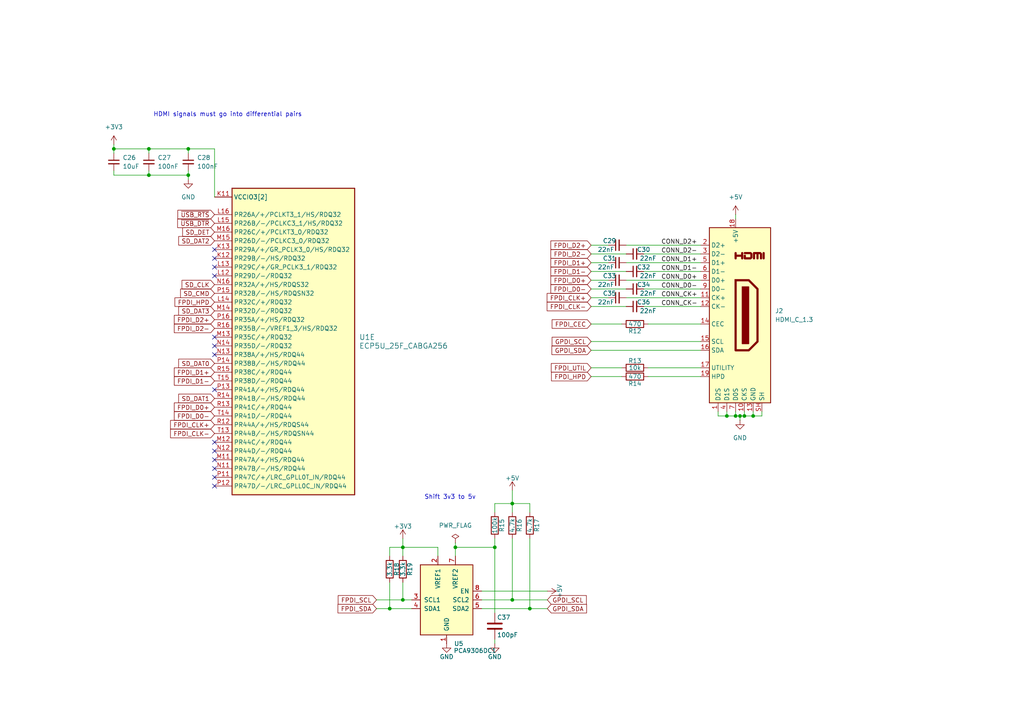
<source format=kicad_sch>
(kicad_sch (version 20250114) (generator "eeschema") (generator_version "9.0")
  (paper "A4")
  (title_block (title "Icepi zero") (date "2025-05-12") (rev "v1.1") (company "Chengyin Yao (cheyao)") (comment 1 "https://github.com/cheyao/icepi-zero"))
  (lib_symbols
    (symbol "Connector:HDMI_C_1.3"
      (property "Reference" "J" (at -6.35 26.67 0))
      (property "Value" "HDMI_C_1.3" (at 10.16 26.67 0))
      (symbol "HDMI_C_1.3_0_0"
        (polyline (pts (xy 0 16.51) (xy 0 18.034) (xy 0 17.272) (xy 1.905 17.272) (xy 1.905 18.034) (xy 1.905 16.51)) (stroke (width 0.635)))
        (polyline (pts (xy 2.667 18.034) (xy 4.318 18.034) (xy 4.572 17.78) (xy 4.572 16.764) (xy 4.318 16.51) (xy 2.667 16.51) (xy 2.667 17.272)) (stroke (width 0.635)))
        (polyline (pts (xy 8.128 16.51) (xy 8.128 18.034)) (stroke (width 0.635)))
      )
      (symbol "HDMI_C_1.3_0_1"
        (rectangle (start -7.62 25.4) (end 10.16 -25.4) (stroke (width 0.254)) (fill (type background)))
        (polyline (pts (xy 0 10.16) (xy 3.81 10.16) (xy 6.35 7.62) (xy 6.35 -7.62) (xy 3.81 -10.16) (xy 0 -10.16) (xy 0 10.16)) (stroke (width 0.635)))
        (rectangle (start 1.905 8.255) (end 3.81 -8.255) (stroke (width 0.254)) (fill (type outline)))
        (polyline (pts (xy 5.334 16.51) (xy 5.334 18.034) (xy 6.35 18.034) (xy 6.35 16.51) (xy 6.35 18.034) (xy 7.112 18.034) (xy 7.366 17.78) (xy 7.366 16.51)) (stroke (width 0.635)))
      )
      (symbol "HDMI_C_1.3_1_1"
        (pin passive line (at -10.16 20.32 0) (length 2.54) (name "D2+") (number "2"))
        (pin passive line (at -10.16 17.78 0) (length 2.54) (name "D2-") (number "3"))
        (pin passive line (at -10.16 15.24 0) (length 2.54) (name "D1+") (number "5"))
        (pin passive line (at -10.16 12.7 0) (length 2.54) (name "D1-") (number "6"))
        (pin passive line (at -10.16 10.16 0) (length 2.54) (name "D0+") (number "8"))
        (pin passive line (at -10.16 7.62 0) (length 2.54) (name "D0-") (number "9"))
        (pin passive line (at -10.16 5.08 0) (length 2.54) (name "CK+") (number "11"))
        (pin passive line (at -10.16 2.54 0) (length 2.54) (name "CK-") (number "12"))
        (pin bidirectional line (at -10.16 -2.54 0) (length 2.54) (name "CEC") (number "14"))
        (pin passive line (at -10.16 -7.62 0) (length 2.54) (name "SCL") (number "15"))
        (pin bidirectional line (at -10.16 -10.16 0) (length 2.54) (name "SDA") (number "16"))
        (pin passive line (at -10.16 -15.24 0) (length 2.54) (name "UTILITY") (number "17"))
        (pin passive line (at -10.16 -17.78 0) (length 2.54) (name "HPD") (number "19"))
        (pin power_in line (at -5.08 -27.94 90) (length 2.54) (name "D2S") (number "1"))
        (pin power_in line (at -2.54 -27.94 90) (length 2.54) (name "D1S") (number "4"))
        (pin power_in line (at 0 27.94 270) (length 2.54) (name "+5V") (number "18"))
        (pin power_in line (at 0 -27.94 90) (length 2.54) (name "D0S") (number "7"))
        (pin power_in line (at 2.54 -27.94 90) (length 2.54) (name "CKS") (number "10"))
        (pin power_in line (at 5.08 -27.94 90) (length 2.54) (name "GND") (number "13"))
        (pin passive line (at 7.62 -27.94 90) (length 2.54) (name "SH") (number "SH"))
      )
    )
    (symbol "Device:C" (pin_numbers (hide yes)) (pin_names (offset 0.254))
      (property "Reference" "C" (at 0.635 2.54 0))
      (property "Value" "C" (at 0.635 -2.54 0))
      (symbol "C_0_1"
        (polyline (pts (xy -2.032 0.762) (xy 2.032 0.762)) (stroke (width 0.508)))
        (polyline (pts (xy -2.032 -0.762) (xy 2.032 -0.762)) (stroke (width 0.508)))
      )
      (symbol "C_1_1"
        (pin passive line (at 0 3.81 270) (length 2.794) (name "~") (number "1"))
        (pin passive line (at 0 -3.81 90) (length 2.794) (name "~") (number "2"))
      )
    )
    (symbol "Device:C_Small" (pin_numbers (hide yes)) (pin_names (offset 0.254) (hide yes))
      (property "Reference" "C" (at 0.254 1.778 0))
      (property "Value" "C_Small" (at 0.254 -2.032 0))
      (symbol "C_Small_0_1"
        (polyline (pts (xy -1.524 0.508) (xy 1.524 0.508)) (stroke (width 0.3048)))
        (polyline (pts (xy -1.524 -0.508) (xy 1.524 -0.508)) (stroke (width 0.3302)))
      )
      (symbol "C_Small_1_1"
        (pin passive line (at 0 2.54 270) (length 2.032) (name "~") (number "1"))
        (pin passive line (at 0 -2.54 90) (length 2.032) (name "~") (number "2"))
      )
    )
    (symbol "Device:R" (pin_numbers (hide yes)) (pin_names (offset 0))
      (property "Reference" "R" (at 2.032 0 90))
      (property "Value" "R" (at 0 0 90))
      (symbol "R_0_1"
        (rectangle (start -1.016 -2.54) (end 1.016 2.54) (stroke (width 0.254)))
      )
      (symbol "R_1_1"
        (pin passive line (at 0 3.81 270) (length 1.27) (name "~") (number "1"))
        (pin passive line (at 0 -3.81 90) (length 1.27) (name "~") (number "2"))
      )
    )
    (symbol "Interface:PCA9306DC1" (pin_names (offset 1.016))
      (property "Reference" "U" (at -7.62 11.43 0))
      (property "Value" "PCA9306DC1" (at 3.81 11.43 0))
      (symbol "PCA9306DC1_0_1"
        (rectangle (start -7.62 10.16) (end 7.62 -10.16) (stroke (width 0.254)) (fill (type background)))
      )
      (symbol "PCA9306DC1_1_1"
        (pin bidirectional line (at -10.16 0 0) (length 2.54) (name "SCL1") (number "3"))
        (pin bidirectional line (at -10.16 -2.54 0) (length 2.54) (name "SDA1") (number "4"))
        (pin power_in line (at -2.54 12.7 270) (length 2.54) (name "VREF1") (number "2"))
        (pin power_in line (at 0 -12.7 90) (length 2.54) (name "GND") (number "1"))
        (pin power_in line (at 2.54 12.7 270) (length 2.54) (name "VREF2") (number "7"))
        (pin input line (at 10.16 2.54 180) (length 2.54) (name "EN") (number "8"))
        (pin bidirectional line (at 10.16 0 180) (length 2.54) (name "SCL2") (number "6"))
        (pin bidirectional line (at 10.16 -2.54 180) (length 2.54) (name "SDA2") (number "5"))
      )
    )
    (symbol "josh:ECP5U_12_CABGA256"
      (property "Reference" "U" (at -15.24 45.72 0))
      (property "Value" "ECP5U_12_CABGA256" (at 7.62 43.18 0))
      (symbol "ECP5U_12_CABGA256_1_1"
        (rectangle (start -7.62 7.62) (end 6.35 -7.62) (stroke (width 0.001)) (fill (type background)))
        (pin power_in line (at -12.7 5.08 0) (length 5.08) (name "VCC[6]") (number "G6"))
        (pin power_in line (at -12.7 5.08 0) (length 5.08) (name "VCC[6]") (number "G7"))
        (pin power_in line (at -12.7 5.08 0) (length 5.08) (name "VCC[6]") (number "G9"))
        (pin power_in line (at -12.7 5.08 0) (length 5.08) (name "VCC[6]") (number "L10"))
        (pin power_in line (at -12.7 5.08 0) (length 5.08) (name "VCC[6]") (number "L8"))
        (pin power_in line (at -12.7 5.08 0) (length 5.08) (name "VCC[6]") (number "L9"))
        (pin power_in line (at -12.7 2.54 0) (length 5.08) (name "VCCAUX[2]") (number "G11"))
        (pin power_in line (at -12.7 2.54 0) (length 5.08) (name "VCCAUX[2]") (number "L7"))
        (pin power_in line (at -12.7 -5.08 0) (length 5.08) (name "GND[27]") (number "A1"))
        (pin power_in line (at -12.7 -5.08 0) (length 5.08) (name "GND[27]") (number "A16"))
        (pin power_in line (at -12.7 -5.08 0) (length 5.08) (name "GND[27]") (number "D15"))
        (pin power_in line (at -12.7 -5.08 0) (length 5.08) (name "GND[27]") (number "D2"))
        (pin power_in line (at -12.7 -5.08 0) (length 5.08) (name "GND[27]") (number "F8"))
        (pin power_in line (at -12.7 -5.08 0) (length 5.08) (name "GND[27]") (number "F9"))
        (pin power_in line (at -12.7 -5.08 0) (length 5.08) (name "GND[27]") (number "G10"))
        (pin power_in line (at -12.7 -5.08 0) (length 5.08) (name "GND[27]") (number "G8"))
        (pin power_in line (at -12.7 -5.08 0) (length 5.08) (name "GND[27]") (number "H1"))
        (pin power_in line (at -12.7 -5.08 0) (length 5.08) (name "GND[27]") (number "H10"))
        (pin power_in line (at -12.7 -5.08 0) (length 5.08) (name "GND[27]") (number "H16"))
        (pin power_in line (at -12.7 -5.08 0) (length 5.08) (name "GND[27]") (number "H8"))
        (pin power_in line (at -12.7 -5.08 0) (length 5.08) (name "GND[27]") (number "H9"))
        (pin power_in line (at -12.7 -5.08 0) (length 5.08) (name "GND[27]") (number "J10"))
        (pin power_in line (at -12.7 -5.08 0) (length 5.08) (name "GND[27]") (number "J8"))
        (pin power_in line (at -12.7 -5.08 0) (length 5.08) (name "GND[27]") (number "J9"))
        (pin power_in line (at -12.7 -5.08 0) (length 5.08) (name "GND[27]") (number "K10"))
        (pin power_in line (at -12.7 -5.08 0) (length 5.08) (name "GND[27]") (number "K6"))
        (pin power_in line (at -12.7 -5.08 0) (length 5.08) (name "GND[27]") (number "K7"))
        (pin power_in line (at -12.7 -5.08 0) (length 5.08) (name "GND[27]") (number "K8"))
        (pin power_in line (at -12.7 -5.08 0) (length 5.08) (name "GND[27]") (number "K9"))
        (pin power_in line (at -12.7 -5.08 0) (length 5.08) (name "GND[27]") (number "N15"))
        (pin power_in line (at -12.7 -5.08 0) (length 5.08) (name "GND[27]") (number "N2"))
        (pin power_in line (at -12.7 -5.08 0) (length 5.08) (name "GND[27]") (number "T1"))
        (pin power_in line (at -12.7 -5.08 0) (length 5.08) (name "GND[27]") (number "T12"))
        (pin power_in line (at -12.7 -5.08 0) (length 5.08) (name "GND[27]") (number "T16"))
        (pin power_in line (at -12.7 -5.08 0) (length 5.08) (name "GND[27]") (number "T5"))
      )
      (symbol "ECP5U_12_CABGA256_2_1"
        (rectangle (start -16.51 40.64) (end 8.89 -27.94) (stroke (width 0.305)) (fill (type background)))
        (pin power_in line (at -21.59 38.1 0) (length 5.08) (name "VCCIO0[2]") (number "F6"))
        (pin power_in line (at -21.59 38.1 0) (length 5.08) (name "VCCIO0[2]") (number "F7"))
        (pin bidirectional line (at -21.59 33.02 0) (length 5.08) (name "PT4A/+") (number "A2"))
        (pin bidirectional line (at -21.59 30.48 0) (length 5.08) (name "PT4B/-") (number "B3"))
        (pin bidirectional line (at -21.59 27.94 0) (length 5.08) (name "PT6A/+") (number "A3"))
        (pin bidirectional line (at -21.59 25.4 0) (length 5.08) (name "PT6B/-") (number "A4"))
        (pin bidirectional line (at -21.59 22.86 0) (length 5.08) (name "PT9A/+") (number "E4"))
        (pin bidirectional line (at -21.59 20.32 0) (length 5.08) (name "PT9B/-") (number "D4"))
        (pin bidirectional line (at -21.59 17.78 0) (length 5.08) (name "PT11A/+") (number "C4"))
        (pin bidirectional line (at -21.59 15.24 0) (length 5.08) (name "PT11B/-") (number "B4"))
        (pin bidirectional line (at -21.59 12.7 0) (length 5.08) (name "PT13A/+") (number "E5"))
        (pin bidirectional line (at -21.59 10.16 0) (length 5.08) (name "PT13B/-") (number "D5"))
        (pin bidirectional line (at -21.59 7.62 0) (length 5.08) (name "PT15A/+") (number "C5"))
        (pin bidirectional line (at -21.59 5.08 0) (length 5.08) (name "PT15B/-") (number "B5"))
        (pin bidirectional line (at -21.59 2.54 0) (length 5.08) (name "PT18A/+") (number "A5"))
        (pin bidirectional line (at -21.59 0 0) (length 5.08) (name "PT18B/-") (number "A6"))
        (pin bidirectional line (at -21.59 -2.54 0) (length 5.08) (name "PT20A/+") (number "E6"))
        (pin bidirectional line (at -21.59 -5.08 0) (length 5.08) (name "PT20B/-") (number "D6"))
        (pin bidirectional line (at -21.59 -7.62 0) (length 5.08) (name "PT22A/+") (number "C6"))
        (pin bidirectional line (at -21.59 -10.16 0) (length 5.08) (name "PT22B/-") (number "B6"))
        (pin bidirectional line (at -21.59 -12.7 0) (length 5.08) (name "PT24A/+/GR_PCLK0_1") (number "E7"))
        (pin bidirectional line (at -21.59 -15.24 0) (length 5.08) (name "PT24B/-/GR_PCLK0_0") (number "D7"))
        (pin bidirectional line (at -21.59 -17.78 0) (length 5.08) (name "PT27A/+/PCLKT0_1") (number "C7"))
        (pin bidirectional line (at -21.59 -20.32 0) (length 5.08) (name "PT27B/-/PCLKC0_1") (number "B7"))
        (pin bidirectional line (at -21.59 -22.86 0) (length 5.08) (name "PT29A/+/PCLKT0_0") (number "A7"))
        (pin bidirectional line (at -21.59 -25.4 0) (length 5.08) (name "PT29B/-/PCLKC0_0") (number "A8"))
      )
      (symbol "ECP5U_12_CABGA256_3_1"
        (rectangle (start -16.51 40.64) (end 8.89 -48.26) (stroke (width 0.305)) (fill (type background)))
        (pin power_in line (at -21.59 38.1 0) (length 5.08) (name "VCCIO1[2]") (number "F10"))
        (pin power_in line (at -21.59 38.1 0) (length 5.08) (name "VCCIO1[2]") (number "F11"))
        (pin bidirectional line (at -21.59 33.02 0) (length 5.08) (name "PT33A/+/PCLKT1_1") (number "E8"))
        (pin bidirectional line (at -21.59 30.48 0) (length 5.08) (name "PT33B/-/PCLKC1_1") (number "D8"))
        (pin bidirectional line (at -21.59 27.94 0) (length 5.08) (name "PT35A/+/PCLKT1_0") (number "C8"))
        (pin bidirectional line (at -21.59 25.4 0) (length 5.08) (name "PT35B/-/PCLKC1_0") (number "B8"))
        (pin bidirectional line (at -21.59 22.86 0) (length 5.08) (name "PT38A/+/GR_PCLK1_0") (number "B9"))
        (pin bidirectional line (at -21.59 20.32 0) (length 5.08) (name "PT38B/-/GR_PCLK1_1") (number "C9"))
        (pin bidirectional line (at -21.59 17.78 0) (length 5.08) (name "PT40A/+") (number "D9"))
        (pin bidirectional line (at -21.59 15.24 0) (length 5.08) (name "PT40B/-") (number "E9"))
        (pin bidirectional line (at -21.59 12.7 0) (length 5.08) (name "PT42A/+") (number "A9"))
        (pin bidirectional line (at -21.59 10.16 0) (length 5.08) (name "PT42B/-") (number "A10"))
        (pin bidirectional line (at -21.59 7.62 0) (length 5.08) (name "PT44A/+") (number "B10"))
        (pin bidirectional line (at -21.59 5.08 0) (length 5.08) (name "PT44B/-") (number "C10"))
        (pin bidirectional line (at -21.59 2.54 0) (length 5.08) (name "PT47A/+") (number "D10"))
        (pin bidirectional line (at -21.59 0 0) (length 5.08) (name "PT47B/-") (number "E10"))
        (pin bidirectional line (at -21.59 -2.54 0) (length 5.08) (name "PT49A/+") (number "B11"))
        (pin bidirectional line (at -21.59 -5.08 0) (length 5.08) (name "PT49B/-") (number "C11"))
        (pin bidirectional line (at -21.59 -7.62 0) (length 5.08) (name "PT51A/+") (number "D11"))
        (pin bidirectional line (at -21.59 -10.16 0) (length 5.08) (name "PT51B/-") (number "E11"))
        (pin bidirectional line (at -21.59 -12.7 0) (length 5.08) (name "PT53A/+") (number "A11"))
        (pin bidirectional line (at -21.59 -15.24 0) (length 5.08) (name "PT53B/-") (number "A12"))
        (pin bidirectional line (at -21.59 -17.78 0) (length 5.08) (name "PT56A/+") (number "B12"))
        (pin bidirectional line (at -21.59 -20.32 0) (length 5.08) (name "PT56B/-") (number "C12"))
        (pin bidirectional line (at -21.59 -22.86 0) (length 5.08) (name "PT58A/+") (number "D12"))
        (pin bidirectional line (at -21.59 -25.4 0) (length 5.08) (name "PT58B/-") (number "E12"))
        (pin bidirectional line (at -21.59 -27.94 0) (length 5.08) (name "PT60A/+") (number "B13"))
        (pin bidirectional line (at -21.59 -30.48 0) (length 5.08) (name "PT60B/-") (number "C13"))
        (pin bidirectional line (at -21.59 -33.02 0) (length 5.08) (name "PT62A/+") (number "D13"))
        (pin bidirectional line (at -21.59 -35.56 0) (length 5.08) (name "PT62B/-") (number "E13"))
        (pin bidirectional line (at -21.59 -38.1 0) (length 5.08) (name "PT65A/+") (number "A13"))
        (pin bidirectional line (at -21.59 -40.64 0) (length 5.08) (name "PT65B/-") (number "A14"))
        (pin bidirectional line (at -21.59 -43.18 0) (length 5.08) (name "PT67A/+") (number "B14"))
        (pin bidirectional line (at -21.59 -45.72 0) (length 5.08) (name "PT67B/-") (number "A15"))
      )
      (symbol "ECP5U_12_CABGA256_4_1"
        (rectangle (start -16.51 40.64) (end 21.59 -48.26) (stroke (width 0.305)) (fill (type background)))
        (pin power_in line (at -21.59 38.1 0) (length 5.08) (name "VCCIO2[2]") (number "H11"))
        (pin power_in line (at -21.59 38.1 0) (length 5.08) (name "VCCIO2[2]") (number "J11"))
        (pin bidirectional line (at -21.59 33.02 0) (length 5.08) (name "PR2A/+/HS/RDQ8") (number "B16"))
        (pin bidirectional line (at -21.59 30.48 0) (length 5.08) (name "PR2B/-/S0_IN/HS/RDQ8") (number "B15"))
        (pin bidirectional line (at -21.59 27.94 0) (length 5.08) (name "PR2C/+/RDQ8") (number "C14"))
        (pin bidirectional line (at -21.59 25.4 0) (length 5.08) (name "PR2D/-/RDQ8") (number "D14"))
        (pin bidirectional line (at -21.59 22.86 0) (length 5.08) (name "PR5A/+/HS/RDQ8") (number "C16"))
        (pin bidirectional line (at -21.59 20.32 0) (length 5.08) (name "PR5B/-/HS/RDQ8") (number "C15"))
        (pin bidirectional line (at -21.59 17.78 0) (length 5.08) (name "PR5C/+/RDQ8") (number "E14"))
        (pin bidirectional line (at -21.59 15.24 0) (length 5.08) (name "PR5D/-/RDQ8") (number "F14"))
        (pin bidirectional line (at -21.59 12.7 0) (length 5.08) (name "PR8A/+/HS/RDQS8") (number "D16"))
        (pin bidirectional line (at -21.59 10.16 0) (length 5.08) (name "PR8B/-/HS/RDQSN8") (number "E15"))
        (pin bidirectional line (at -21.59 7.62 0) (length 5.08) (name "PR8C/+/RDQ8") (number "F13"))
        (pin bidirectional line (at -21.59 5.08 0) (length 5.08) (name "PR8D/-/RDQ8") (number "F12"))
        (pin bidirectional line (at -21.59 2.54 0) (length 5.08) (name "PR11A/+/HS/RDQ8") (number "G12"))
        (pin bidirectional line (at -21.59 0 0) (length 5.08) (name "PR11B/-/HS/RDQ8") (number "G13"))
        (pin bidirectional line (at -21.59 -2.54 0) (length 5.08) (name "PR11C/+/RDQ8") (number "F15"))
        (pin bidirectional line (at -21.59 -5.08 0) (length 5.08) (name "PR11D/-/RDQ8") (number "E16"))
        (pin bidirectional line (at -21.59 -7.62 0) (length 5.08) (name "PR14A/+/HS/RDQ20") (number "F16"))
        (pin bidirectional line (at -21.59 -10.16 0) (length 5.08) (name "PR14B/-/HS/RDQ20") (number "G15"))
        (pin bidirectional line (at -21.59 -12.7 0) (length 5.08) (name "PR14C/+/VREF1_2/RDQ20") (number "G14"))
        (pin bidirectional line (at -21.59 -15.24 0) (length 5.08) (name "PR14D/-/RDQ20") (number "H14"))
        (pin bidirectional line (at -21.59 -17.78 0) (length 5.08) (name "PR17A/+/HS/RDQ20") (number "H12"))
        (pin bidirectional line (at -21.59 -20.32 0) (length 5.08) (name "PR17B/-/HS/RDQ20") (number "H13"))
        (pin bidirectional line (at -21.59 -22.86 0) (length 5.08) (name "PR17C/+/RDQ20") (number "J13"))
        (pin bidirectional line (at -21.59 -25.4 0) (length 5.08) (name "PR17D/-/RDQ20") (number "J12"))
        (pin bidirectional line (at -21.59 -27.94 0) (length 5.08) (name "PR20A/+/GR_PCLK2_1/HS/RDQS20") (number "G16"))
        (pin bidirectional line (at -21.59 -30.48 0) (length 5.08) (name "PR20B/-/HS/RDQSN20") (number "H15"))
        (pin bidirectional line (at -21.59 -33.02 0) (length 5.08) (name "PR20C/+/GR_PCLK2_0/RDQ20") (number "J14"))
        (pin bidirectional line (at -21.59 -35.56 0) (length 5.08) (name "PR20D/-/RDQ20") (number "K14"))
        (pin bidirectional line (at -21.59 -38.1 0) (length 5.08) (name "PR23A/+/PCLKT2_1/HS/RDQ20") (number "J16"))
        (pin bidirectional line (at -21.59 -40.64 0) (length 5.08) (name "PR23B/-/PCLKC2_1/HS/RDQ20") (number "J15"))
        (pin bidirectional line (at -21.59 -43.18 0) (length 5.08) (name "PR23C/+/PCLKT2_0/RDQ20") (number "K16"))
        (pin bidirectional line (at -21.59 -45.72 0) (length 5.08) (name "PR23D/-/PCLKC2_0/RDQ20") (number "K15"))
      )
      (symbol "ECP5U_12_CABGA256_5_1"
        (rectangle (start -16.51 40.64) (end 19.05 -48.26) (stroke (width 0.305)) (fill (type background)))
        (pin power_in line (at -21.59 38.1 0) (length 5.08) (name "VCCIO3[2]") (number "K11"))
        (pin power_in line (at -21.59 38.1 0) (length 5.08) (name "VCCIO3[2]") (number "L11"))
        (pin bidirectional line (at -21.59 33.02 0) (length 5.08) (name "PR26A/+/PCLKT3_1/HS/RDQ32") (number "L16"))
        (pin bidirectional line (at -21.59 30.48 0) (length 5.08) (name "PR26B/-/PCLKC3_1/HS/RDQ32") (number "L15"))
        (pin bidirectional line (at -21.59 27.94 0) (length 5.08) (name "PR26C/+/PCLKT3_0/RDQ32") (number "M16"))
        (pin bidirectional line (at -21.59 25.4 0) (length 5.08) (name "PR26D/-/PCLKC3_0/RDQ32") (number "M15"))
        (pin bidirectional line (at -21.59 22.86 0) (length 5.08) (name "PR29A/+/GR_PCLK3_0/HS/RDQ32") (number "K13"))
        (pin bidirectional line (at -21.59 20.32 0) (length 5.08) (name "PR29B/-/HS/RDQ32") (number "K12"))
        (pin bidirectional line (at -21.59 17.78 0) (length 5.08) (name "PR29C/+/GR_PCLK3_1/RDQ32") (number "L13"))
        (pin bidirectional line (at -21.59 15.24 0) (length 5.08) (name "PR29D/-/RDQ32") (number "L12"))
        (pin bidirectional line (at -21.59 12.7 0) (length 5.08) (name "PR32A/+/HS/RDQS32") (number "N16"))
        (pin bidirectional line (at -21.59 10.16 0) (length 5.08) (name "PR32B/-/HS/RDQSN32") (number "P15"))
        (pin bidirectional line (at -21.59 7.62 0) (length 5.08) (name "PR32C/+/RDQ32") (number "L14"))
        (pin bidirectional line (at -21.59 5.08 0) (length 5.08) (name "PR32D/-/RDQ32") (number "M14"))
        (pin bidirectional line (at -21.59 2.54 0) (length 5.08) (name "PR35A/+/HS/RDQ32") (number "P16"))
        (pin bidirectional line (at -21.59 0 0) (length 5.08) (name "PR35B/-/VREF1_3/HS/RDQ32") (number "R16"))
        (pin bidirectional line (at -21.59 -2.54 0) (length 5.08) (name "PR35C/+/RDQ32") (number "M13"))
        (pin bidirectional line (at -21.59 -5.08 0) (length 5.08) (name "PR35D/-/RDQ32") (number "N14"))
        (pin bidirectional line (at -21.59 -7.62 0) (length 5.08) (name "PR38A/+/HS/RDQ44") (number "N13"))
        (pin bidirectional line (at -21.59 -10.16 0) (length 5.08) (name "PR38B/-/HS/RDQ44") (number "P14"))
        (pin bidirectional line (at -21.59 -12.7 0) (length 5.08) (name "PR38C/+/RDQ44") (number "R15"))
        (pin bidirectional line (at -21.59 -15.24 0) (length 5.08) (name "PR38D/-/RDQ44") (number "T15"))
        (pin bidirectional line (at -21.59 -17.78 0) (length 5.08) (name "PR41A/+/HS/RDQ44") (number "P13"))
        (pin bidirectional line (at -21.59 -20.32 0) (length 5.08) (name "PR41B/-/HS/RDQ44") (number "R14"))
        (pin bidirectional line (at -21.59 -22.86 0) (length 5.08) (name "PR41C/+/RDQ44") (number "R13"))
        (pin bidirectional line (at -21.59 -25.4 0) (length 5.08) (name "PR41D/-/RDQ44") (number "T14"))
        (pin bidirectional line (at -21.59 -27.94 0) (length 5.08) (name "PR44A/+/HS/RDQS44") (number "R12"))
        (pin bidirectional line (at -21.59 -30.48 0) (length 5.08) (name "PR44B/-/HS/RDQSN44") (number "T13"))
        (pin bidirectional line (at -21.59 -33.02 0) (length 5.08) (name "PR44C/+/RDQ44") (number "M12"))
        (pin bidirectional line (at -21.59 -35.56 0) (length 5.08) (name "PR44D/-/RDQ44") (number "N12"))
        (pin bidirectional line (at -21.59 -38.1 0) (length 5.08) (name "PR47A/+/HS/RDQ44") (number "M11"))
        (pin bidirectional line (at -21.59 -40.64 0) (length 5.08) (name "PR47B/-/HS/RDQ44") (number "N11"))
        (pin bidirectional line (at -21.59 -43.18 0) (length 5.08) (name "PR47C/+/LRC_GPLL0T_IN/RDQ44") (number "P11"))
        (pin bidirectional line (at -21.59 -45.72 0) (length 5.08) (name "PR47D/-/LRC_GPLL0C_IN/RDQ44") (number "P12"))
      )
      (symbol "ECP5U_12_CABGA256_6_1"
        (rectangle (start -16.51 40.64) (end 19.05 -48.26) (stroke (width 0.305)) (fill (type background)))
        (pin power_in line (at -21.59 38.1 0) (length 5.08) (name "VCCIO6[2]") (number "J6"))
        (pin power_in line (at -21.59 38.1 0) (length 5.08) (name "VCCIO6[2]") (number "J7"))
        (pin bidirectional line (at -21.59 33.02 0) (length 5.08) (name "PL26A/+/PCLKT6_1/HS/LDQ32") (number "L1"))
        (pin bidirectional line (at -21.59 30.48 0) (length 5.08) (name "PL26B/-/PCLKC6_1/HS/LDQ32") (number "L2"))
        (pin bidirectional line (at -21.59 27.94 0) (length 5.08) (name "PL26C/+/PCLKT6_0/LDQ32") (number "M1"))
        (pin bidirectional line (at -21.59 25.4 0) (length 5.08) (name "PL26D/-/PCLKC6_0/LDQ32") (number "M2"))
        (pin bidirectional line (at -21.59 22.86 0) (length 5.08) (name "PL29A/+/GR_PCLK6_0/HS/LDQ32") (number "K4"))
        (pin bidirectional line (at -21.59 20.32 0) (length 5.08) (name "PL29B/-/HS/LDQ32") (number "K5"))
        (pin bidirectional line (at -21.59 17.78 0) (length 5.08) (name "PL29C/+/GR_PCLK6_1/LDQ32") (number "L4"))
        (pin bidirectional line (at -21.59 15.24 0) (length 5.08) (name "PL29D/-/LDQ32") (number "L5"))
        (pin bidirectional line (at -21.59 12.7 0) (length 5.08) (name "PL32A/+/HS/LDQS32") (number "N1"))
        (pin bidirectional line (at -21.59 10.16 0) (length 5.08) (name "PL32B/-/HS/LDQSN32") (number "P2"))
        (pin bidirectional line (at -21.59 7.62 0) (length 5.08) (name "PL32C/+/LDQ32") (number "L3"))
        (pin bidirectional line (at -21.59 5.08 0) (length 5.08) (name "PL32D/-/LDQ32") (number "M3"))
        (pin bidirectional line (at -21.59 2.54 0) (length 5.08) (name "PL35A/+/HS/LDQ32") (number "P1"))
        (pin bidirectional line (at -21.59 0 0) (length 5.08) (name "PL35B/-/VREF1_6/HS/LDQ32") (number "R1"))
        (pin bidirectional line (at -21.59 -2.54 0) (length 5.08) (name "PL35C/+/LDQ32") (number "M4"))
        (pin bidirectional line (at -21.59 -5.08 0) (length 5.08) (name "PL35D/-/LDQ32") (number "N3"))
        (pin bidirectional line (at -21.59 -7.62 0) (length 5.08) (name "PL38A/+/HS/LDQ44") (number "N4"))
        (pin bidirectional line (at -21.59 -10.16 0) (length 5.08) (name "PL38B/-/HS/LDQ44") (number "P3"))
        (pin bidirectional line (at -21.59 -12.7 0) (length 5.08) (name "PL38C/+/LDQ44") (number "R2"))
        (pin bidirectional line (at -21.59 -15.24 0) (length 5.08) (name "PL38D/-/LDQ44") (number "T2"))
        (pin bidirectional line (at -21.59 -17.78 0) (length 5.08) (name "PL41A/+/HS/LDQ44") (number "P4"))
        (pin bidirectional line (at -21.59 -20.32 0) (length 5.08) (name "PL41B/-/HS/LDQ44") (number "R3"))
        (pin bidirectional line (at -21.59 -22.86 0) (length 5.08) (name "PL41C/+/LDQ44") (number "R4"))
        (pin bidirectional line (at -21.59 -25.4 0) (length 5.08) (name "PL41D/-/LDQ44") (number "T3"))
        (pin bidirectional line (at -21.59 -27.94 0) (length 5.08) (name "PL44A/+/HS/LDQS44") (number "R5"))
        (pin bidirectional line (at -21.59 -30.48 0) (length 5.08) (name "PL44B/-/HS/LDQSN44") (number "T4"))
        (pin bidirectional line (at -21.59 -33.02 0) (length 5.08) (name "PL44C/+/LDQ44") (number "M5"))
        (pin bidirectional line (at -21.59 -35.56 0) (length 5.08) (name "PL44D/-/LDQ44") (number "N5"))
        (pin bidirectional line (at -21.59 -38.1 0) (length 5.08) (name "PL47A/+/HS/LDQ44") (number "M6"))
        (pin bidirectional line (at -21.59 -40.64 0) (length 5.08) (name "PL47B/-/HS/LDQ44") (number "N6"))
        (pin bidirectional line (at -21.59 -43.18 0) (length 5.08) (name "PL47C/+/LLC_GPLL0T_IN/LDQ44") (number "P6"))
        (pin bidirectional line (at -21.59 -45.72 0) (length 5.08) (name "PL47D/-/LLC_GPLL0C_IN/LDQ44") (number "P5"))
      )
      (symbol "ECP5U_12_CABGA256_7_1"
        (rectangle (start -16.51 40.64) (end 20.32 -46.99) (stroke (width 0.305)) (fill (type background)))
        (pin power_in line (at -21.59 38.1 0) (length 5.08) (name "VCCIO7[2]") (number "H6"))
        (pin power_in line (at -21.59 38.1 0) (length 5.08) (name "VCCIO7[2]") (number "H7"))
        (pin bidirectional line (at -21.59 34.29 0) (length 5.08) (name "PL2A/+/HS/LDQ8") (number "B1"))
        (pin bidirectional line (at -21.59 31.75 0) (length 5.08) (name "PL2B/-/HS/LDQ8") (number "B2"))
        (pin bidirectional line (at -21.59 29.21 0) (length 5.08) (name "PL2C/+/LDQ8") (number "C3"))
        (pin bidirectional line (at -21.59 26.67 0) (length 5.08) (name "PL2D/-/LDQ8") (number "D3"))
        (pin bidirectional line (at -21.59 24.13 0) (length 5.08) (name "PL5A/+/HS/LDQ8") (number "C1"))
        (pin bidirectional line (at -21.59 21.59 0) (length 5.08) (name "PL5B/-/HS/LDQ8") (number "C2"))
        (pin bidirectional line (at -21.59 19.05 0) (length 5.08) (name "PL5C/+/LDQ8") (number "E3"))
        (pin bidirectional line (at -21.59 16.51 0) (length 5.08) (name "PL5D/-/LDQ8") (number "F3"))
        (pin bidirectional line (at -21.59 13.97 0) (length 5.08) (name "PL8A/+/HS/LDQS8") (number "D1"))
        (pin bidirectional line (at -21.59 11.43 0) (length 5.08) (name "PL8B/-/HS/LDQSN8") (number "E2"))
        (pin bidirectional line (at -21.59 8.89 0) (length 5.08) (name "PL8C/+/LDQ8") (number "F4"))
        (pin bidirectional line (at -21.59 6.35 0) (length 5.08) (name "PL8D/-/LDQ8") (number "F5"))
        (pin bidirectional line (at -21.59 3.81 0) (length 5.08) (name "PL11A/+/HS/LDQ8") (number "G5"))
        (pin bidirectional line (at -21.59 1.27 0) (length 5.08) (name "PL11B/-/HS/LDQ8") (number "G4"))
        (pin bidirectional line (at -21.59 -1.27 0) (length 5.08) (name "PL11C/+/LDQ8") (number "F2"))
        (pin bidirectional line (at -21.59 -3.81 0) (length 5.08) (name "PL11D/-/LDQ8") (number "E1"))
        (pin bidirectional line (at -21.59 -6.35 0) (length 5.08) (name "PL14A/+/HS/LDQ20") (number "F1"))
        (pin bidirectional line (at -21.59 -8.89 0) (length 5.08) (name "PL14B/-/HS/LDQ20") (number "G2"))
        (pin bidirectional line (at -21.59 -11.43 0) (length 5.08) (name "PL14C/+/VREF1_7/LDQ20") (number "G3"))
        (pin bidirectional line (at -21.59 -13.97 0) (length 5.08) (name "PL14D/-/LDQ20") (number "H3"))
        (pin bidirectional line (at -21.59 -16.51 0) (length 5.08) (name "PL17A/+/HS/LDQ20") (number "H5"))
        (pin bidirectional line (at -21.59 -19.05 0) (length 5.08) (name "PL17B/-/HS/LDQ20") (number "H4"))
        (pin bidirectional line (at -21.59 -21.59 0) (length 5.08) (name "PL17C/+/LDQ20") (number "J4"))
        (pin bidirectional line (at -21.59 -24.13 0) (length 5.08) (name "PL17D/-/LDQ20") (number "J5"))
        (pin bidirectional line (at -21.59 -26.67 0) (length 5.08) (name "PL20A/+/GR_PCLK7_1/HS/LDQS20") (number "G1"))
        (pin bidirectional line (at -21.59 -29.21 0) (length 5.08) (name "PL20B/-/HS/LDQSN20") (number "H2"))
        (pin bidirectional line (at -21.59 -31.75 0) (length 5.08) (name "PL20C/+/GR_PCLK7_0/LDQ20") (number "J3"))
        (pin bidirectional line (at -21.59 -34.29 0) (length 5.08) (name "PL20D/-/LDQ20") (number "K3"))
        (pin bidirectional line (at -21.59 -36.83 0) (length 5.08) (name "PL23A/+/PCLKT7_1/HS/LDQ20") (number "J1"))
        (pin bidirectional line (at -21.59 -39.37 0) (length 5.08) (name "PL23B/-/PCLKC7_1/HS/LDQ20") (number "J2"))
        (pin bidirectional line (at -21.59 -41.91 0) (length 5.08) (name "PL23C/+/PCLKT7_0/LDQ20") (number "K1"))
        (pin bidirectional line (at -21.59 -44.45 0) (length 5.08) (name "PL23D/-/PCLKC7_0/LDQ20") (number "K2"))
      )
      (symbol "ECP5U_12_CABGA256_8_1"
        (rectangle (start -16.51 40.64) (end 25.4 -17.78) (stroke (width 0.305)) (fill (type background)))
        (pin power_in line (at -21.59 38.1 0) (length 5.08) (name "VCCIO8") (number "L6"))
        (pin bidirectional line (at -21.59 33.02 0) (length 5.08) (name "CCLK/MCLK/SCK") (number "N9"))
        (pin bidirectional line (at -21.59 30.48 0) (length 5.08) (name "CFG_0") (number "N10"))
        (pin bidirectional line (at -21.59 27.94 0) (length 5.08) (name "CFG_1") (number "P10"))
        (pin bidirectional line (at -21.59 25.4 0) (length 5.08) (name "CFG_2") (number "R10"))
        (pin bidirectional line (at -21.59 22.86 0) (length 5.08) (name "DONE") (number "P9"))
        (pin bidirectional line (at -21.59 20.32 0) (length 5.08) (name "INITN") (number "T9"))
        (pin bidirectional line (at -21.59 17.78 0) (length 5.08) (name "PB4A/+/D7/IO7") (number "T6"))
        (pin bidirectional line (at -21.59 15.24 0) (length 5.08) (name "PB4B/-/D6/IO6") (number "R6"))
        (pin bidirectional line (at -21.59 12.7 0) (length 5.08) (name "PB6A/+/D5/MISO2/IO5") (number "R7"))
        (pin bidirectional line (at -21.59 10.16 0) (length 5.08) (name "PB6B/-/D4/MOSI2/IO4") (number "P7"))
        (pin bidirectional line (at -21.59 7.62 0) (length 5.08) (name "PB9A/+/D3/IO3") (number "N7"))
        (pin bidirectional line (at -21.59 5.08 0) (length 5.08) (name "PB9B/-/D2/IO2") (number "M7"))
        (pin bidirectional line (at -21.59 2.54 0) (length 5.08) (name "PB11A/+/D1/MISO/IO1") (number "T7"))
        (pin bidirectional line (at -21.59 0 0) (length 5.08) (name "PB11B/-/D0/MOSI/IO0") (number "T8"))
        (pin bidirectional line (at -21.59 -2.54 0) (length 5.08) (name "PB13A/+/SN/CSN") (number "R8"))
        (pin bidirectional line (at -21.59 -5.08 0) (length 5.08) (name "PB13B/-/CS1N") (number "P8"))
        (pin bidirectional line (at -21.59 -7.62 0) (length 5.08) (name "PB15A/+/HOLDN/DI/BUSY/CSSPIN/CEN") (number "N8"))
        (pin bidirectional line (at -21.59 -10.16 0) (length 5.08) (name "PB15B/-/DOUT/CSON") (number "M8"))
        (pin bidirectional line (at -21.59 -12.7 0) (length 5.08) (name "PB18A/WRITEN") (number "M9"))
        (pin bidirectional line (at -21.59 -15.24 0) (length 5.08) (name "PROGRAMN") (number "R9"))
      )
      (symbol "ECP5U_12_CABGA256_9_1"
        (rectangle (start -2.54 6.35) (end 5.08 -6.35) (stroke (width 0.305)) (fill (type background)))
        (pin bidirectional line (at -7.62 3.81 0) (length 5.08) (name "TCK") (number "T10"))
        (pin bidirectional line (at -7.62 1.27 0) (length 5.08) (name "TDI") (number "R11"))
        (pin bidirectional line (at -7.62 -1.27 0) (length 5.08) (name "TDO") (number "M10"))
        (pin bidirectional line (at -7.62 -3.81 0) (length 5.08) (name "TMS") (number "T11"))
      )
    )
    (symbol "power:+3V3" (power) (pin_numbers (hide yes)) (pin_names (offset 0) (hide yes))
      (property "Value" "+3V3" (at 0 3.556 0))
      (symbol "+3V3_0_1"
        (polyline (pts (xy -0.762 1.27) (xy 0 2.54)))
        (polyline (pts (xy 0 2.54) (xy 0.762 1.27)))
        (polyline (pts (xy 0 0) (xy 0 2.54)))
      )
      (symbol "+3V3_1_1"
        (pin power_in line (at 0 0 90) (length 0) (name "~") (number "1"))
      )
    )
    (symbol "power:+5V" (power) (pin_numbers (hide yes)) (pin_names (offset 0) (hide yes))
      (property "Value" "+5V" (at 0 3.556 0))
      (symbol "+5V_0_1"
        (polyline (pts (xy -0.762 1.27) (xy 0 2.54)))
        (polyline (pts (xy 0 2.54) (xy 0.762 1.27)))
        (polyline (pts (xy 0 0) (xy 0 2.54)))
      )
      (symbol "+5V_1_1"
        (pin power_in line (at 0 0 90) (length 0) (name "~") (number "1"))
      )
    )
    (symbol "power:GND" (power) (pin_numbers (hide yes)) (pin_names (offset 0) (hide yes))
      (property "Value" "GND" (at 0 -3.81 0))
      (symbol "GND_0_1"
        (polyline (pts (xy 0 0) (xy 0 -1.27) (xy 1.27 -1.27) (xy 0 -2.54) (xy -1.27 -1.27) (xy 0 -1.27)))
      )
      (symbol "GND_1_1"
        (pin power_in line (at 0 0 270) (length 0) (name "~") (number "1"))
      )
    )
    (symbol "power:PWR_FLAG" (power) (pin_numbers (hide yes)) (pin_names (offset 0) (hide yes))
      (property "Value" "PWR_FLAG" (at 0 3.81 0))
      (symbol "PWR_FLAG_0_0"
        (pin power_out line (at 0 0 90) (length 0) (name "~") (number "1"))
      )
      (symbol "PWR_FLAG_0_1"
        (polyline (pts (xy 0 0) (xy 0 1.27) (xy -1.016 1.905) (xy 0 2.54) (xy 1.016 1.905) (xy 0 1.27)))
      )
    )
  )
  (text "Shift 3v3 to 5v" (at 130.556 144.272 0) (effects (font (size 1.27 1.27))))
  (text "HDMI signals must go into differential pairs" (at 66.04 33.274 0) (effects (font (size 1.27 1.27))))
  (junction (at 213.36 120.65))
  (junction (at 33.02 43.18))
  (junction (at 54.61 50.8))
  (junction (at 143.51 158.75))
  (junction (at 210.82 120.65))
  (junction (at 148.59 146.05))
  (junction (at 132.08 158.75))
  (junction (at 214.63 120.65))
  (junction (at 43.18 43.18))
  (junction (at 218.44 120.65))
  (junction (at 54.61 43.18))
  (junction (at 43.18 50.8))
  (junction (at 113.03 176.53))
  (junction (at 116.84 173.99))
  (junction (at 215.9 120.65))
  (junction (at 153.67 176.53))
  (junction (at 116.84 158.75))
  (junction (at 148.59 173.99))
  (no_connect (at 62.23 140.97))
  (no_connect (at 62.23 130.81))
  (no_connect (at 62.23 135.89))
  (no_connect (at 62.23 77.47))
  (no_connect (at 62.23 102.87))
  (no_connect (at 62.23 72.39))
  (no_connect (at 62.23 133.35))
  (no_connect (at 62.23 128.27))
  (no_connect (at 62.23 80.01))
  (no_connect (at 62.23 113.03))
  (no_connect (at 62.23 138.43))
  (no_connect (at 62.23 97.79))
  (no_connect (at 62.23 100.33))
  (no_connect (at 62.23 74.93))
  (wire (pts (xy 210.82 120.65) (xy 208.28 120.65)))
  (wire (pts (xy 116.84 173.99) (xy 119.38 173.99)))
  (wire (pts (xy 181.61 71.12) (xy 203.2 71.12)))
  (wire (pts (xy 139.7 173.99) (xy 148.59 173.99)))
  (wire (pts (xy 171.45 83.82) (xy 181.61 83.82)))
  (wire (pts (xy 113.03 161.29) (xy 113.03 158.75)))
  (wire (pts (xy 181.61 86.36) (xy 203.2 86.36)))
  (wire (pts (xy 148.59 173.99) (xy 158.75 173.99)))
  (wire (pts (xy 33.02 43.18) (xy 43.18 43.18)))
  (wire (pts (xy 171.45 101.6) (xy 203.2 101.6)))
  (wire (pts (xy 214.63 121.92) (xy 214.63 120.65)))
  (wire (pts (xy 153.67 176.53) (xy 158.75 176.53)))
  (wire (pts (xy 171.45 86.36) (xy 176.53 86.36)))
  (wire (pts (xy 148.59 146.05) (xy 148.59 148.59)))
  (wire (pts (xy 171.45 106.68) (xy 180.34 106.68)))
  (wire (pts (xy 116.84 158.75) (xy 127 158.75)))
  (wire (pts (xy 218.44 120.65) (xy 218.44 119.38)))
  (wire (pts (xy 33.02 49.53) (xy 33.02 50.8)))
  (wire (pts (xy 132.08 158.75) (xy 132.08 161.29)))
  (wire (pts (xy 54.61 44.45) (xy 54.61 43.18)))
  (wire (pts (xy 186.69 83.82) (xy 203.2 83.82)))
  (wire (pts (xy 143.51 185.42) (xy 143.51 186.69)))
  (wire (pts (xy 143.51 158.75) (xy 143.51 177.8)))
  (wire (pts (xy 139.7 171.45) (xy 158.75 171.45)))
  (wire (pts (xy 139.7 176.53) (xy 153.67 176.53)))
  (wire (pts (xy 148.59 156.21) (xy 148.59 173.99)))
  (wire (pts (xy 214.63 120.65) (xy 215.9 120.65)))
  (wire (pts (xy 33.02 43.18) (xy 33.02 44.45)))
  (wire (pts (xy 54.61 43.18) (xy 62.23 43.18)))
  (wire (pts (xy 113.03 176.53) (xy 119.38 176.53)))
  (wire (pts (xy 213.36 62.23) (xy 213.36 63.5)))
  (wire (pts (xy 153.67 176.53) (xy 153.67 156.21)))
  (wire (pts (xy 218.44 120.65) (xy 220.98 120.65)))
  (wire (pts (xy 214.63 120.65) (xy 213.36 120.65)))
  (wire (pts (xy 54.61 50.8) (xy 54.61 49.53)))
  (wire (pts (xy 43.18 50.8) (xy 43.18 49.53)))
  (wire (pts (xy 215.9 120.65) (xy 215.9 119.38)))
  (wire (pts (xy 116.84 156.21) (xy 116.84 158.75)))
  (wire (pts (xy 132.08 158.75) (xy 143.51 158.75)))
  (wire (pts (xy 109.22 176.53) (xy 113.03 176.53)))
  (wire (pts (xy 186.69 88.9) (xy 203.2 88.9)))
  (wire (pts (xy 127 158.75) (xy 127 161.29)))
  (wire (pts (xy 171.45 109.22) (xy 180.34 109.22)))
  (wire (pts (xy 171.45 73.66) (xy 181.61 73.66)))
  (wire (pts (xy 171.45 76.2) (xy 176.53 76.2)))
  (wire (pts (xy 213.36 120.65) (xy 210.82 120.65)))
  (wire (pts (xy 43.18 43.18) (xy 43.18 44.45)))
  (wire (pts (xy 43.18 50.8) (xy 54.61 50.8)))
  (wire (pts (xy 43.18 43.18) (xy 54.61 43.18)))
  (wire (pts (xy 143.51 156.21) (xy 143.51 158.75)))
  (wire (pts (xy 186.69 78.74) (xy 203.2 78.74)))
  (wire (pts (xy 148.59 146.05) (xy 153.67 146.05)))
  (wire (pts (xy 181.61 76.2) (xy 203.2 76.2)))
  (wire (pts (xy 215.9 120.65) (xy 218.44 120.65)))
  (wire (pts (xy 171.45 78.74) (xy 181.61 78.74)))
  (wire (pts (xy 143.51 148.59) (xy 143.51 146.05)))
  (wire (pts (xy 171.45 81.28) (xy 176.53 81.28)))
  (wire (pts (xy 33.02 50.8) (xy 43.18 50.8)))
  (wire (pts (xy 171.45 88.9) (xy 181.61 88.9)))
  (wire (pts (xy 132.08 157.48) (xy 132.08 158.75)))
  (wire (pts (xy 153.67 146.05) (xy 153.67 148.59)))
  (wire (pts (xy 33.02 41.91) (xy 33.02 43.18)))
  (wire (pts (xy 187.96 106.68) (xy 203.2 106.68)))
  (wire (pts (xy 213.36 120.65) (xy 213.36 119.38)))
  (wire (pts (xy 208.28 120.65) (xy 208.28 119.38)))
  (wire (pts (xy 171.45 99.06) (xy 203.2 99.06)))
  (wire (pts (xy 113.03 168.91) (xy 113.03 176.53)))
  (wire (pts (xy 54.61 50.8) (xy 54.61 52.07)))
  (wire (pts (xy 210.82 120.65) (xy 210.82 119.38)))
  (wire (pts (xy 186.69 73.66) (xy 203.2 73.66)))
  (wire (pts (xy 148.59 142.24) (xy 148.59 146.05)))
  (wire (pts (xy 181.61 81.28) (xy 203.2 81.28)))
  (wire (pts (xy 171.45 71.12) (xy 176.53 71.12)))
  (wire (pts (xy 187.96 109.22) (xy 203.2 109.22)))
  (wire (pts (xy 113.03 158.75) (xy 116.84 158.75)))
  (wire (pts (xy 116.84 158.75) (xy 116.84 161.29)))
  (wire (pts (xy 116.84 168.91) (xy 116.84 173.99)))
  (wire (pts (xy 187.96 93.98) (xy 203.2 93.98)))
  (wire (pts (xy 62.23 43.18) (xy 62.23 57.15)))
  (wire (pts (xy 171.45 93.98) (xy 180.34 93.98)))
  (wire (pts (xy 109.22 173.99) (xy 116.84 173.99)))
  (wire (pts (xy 143.51 146.05) (xy 148.59 146.05)))
  (wire (pts (xy 220.98 120.65) (xy 220.98 119.38)))
  (label "CONN_D0-" (at 191.77 83.82 0))
  (label "CONN_CK-" (at 191.77 88.9 0))
  (label "CONN_D2+" (at 191.77 71.12 0))
  (label "CONN_D0+" (at 191.77 81.28 0))
  (label "CONN_D1-" (at 191.77 78.74 0))
  (label "CONN_D2-" (at 191.77 73.66 0))
  (label "CONN_D1+" (at 191.77 76.2 0))
  (label "CONN_CK+" (at 191.77 86.36 0))
  (global_label "FPDI_D2-" (shape input) (at 171.45 73.66 180) (property "Intersheetrefs" "${INTERSHEET_REFS}" (effects (hide yes))))
  (global_label "FPDI_CEC" (shape input) (at 171.45 93.98 180) (property "Intersheetrefs" "${INTERSHEET_REFS}" (effects (hide yes))))
  (global_label "FPDI_D2+" (shape input) (at 62.23 92.71 180) (property "Intersheetrefs" "${INTERSHEET_REFS}" (effects (hide yes))))
  (global_label "GPDI_SDA" (shape input) (at 158.75 176.53 0) (property "Intersheetrefs" "${INTERSHEET_REFS}" (effects (hide yes))))
  (global_label "FPDI_CLK-" (shape input) (at 62.23 125.73 180) (property "Intersheetrefs" "${INTERSHEET_REFS}" (effects (hide yes))))
  (global_label "FPDI_CLK+" (shape input) (at 171.45 86.36 180) (property "Intersheetrefs" "${INTERSHEET_REFS}" (effects (hide yes))))
  (global_label "FPDI_UTIL" (shape input) (at 171.45 106.68 180) (property "Intersheetrefs" "${INTERSHEET_REFS}" (effects (hide yes))))
  (global_label "FPDI_D1+" (shape input) (at 62.23 107.95 180) (property "Intersheetrefs" "${INTERSHEET_REFS}" (effects (hide yes))))
  (global_label "FPDI_D1-" (shape input) (at 171.45 78.74 180) (property "Intersheetrefs" "${INTERSHEET_REFS}" (effects (hide yes))))
  (global_label "FPDI_CLK-" (shape input) (at 171.45 88.9 180) (property "Intersheetrefs" "${INTERSHEET_REFS}" (effects (hide yes))))
  (global_label "~{USB_RTS}" (shape input) (at 62.23 62.23 180) (property "Intersheetrefs" "${INTERSHEET_REFS}" (effects (hide yes))))
  (global_label "FPDI_HPD" (shape input) (at 62.23 87.63 180) (property "Intersheetrefs" "${INTERSHEET_REFS}" (effects (hide yes))))
  (global_label "FPDI_D2-" (shape input) (at 62.23 95.25 180) (property "Intersheetrefs" "${INTERSHEET_REFS}" (effects (hide yes))))
  (global_label "~{USB_DTR}" (shape input) (at 62.23 64.77 180) (property "Intersheetrefs" "${INTERSHEET_REFS}" (effects (hide yes))))
  (global_label "FPDI_SDA" (shape input) (at 109.22 176.53 180) (property "Intersheetrefs" "${INTERSHEET_REFS}" (effects (hide yes))))
  (global_label "SD_DAT3" (shape input) (at 62.23 90.17 180) (property "Intersheetrefs" "${INTERSHEET_REFS}" (effects (hide yes))))
  (global_label "SD_DAT0" (shape input) (at 62.23 105.41 180) (property "Intersheetrefs" "${INTERSHEET_REFS}" (effects (hide yes))))
  (global_label "FPDI_SCL" (shape input) (at 109.22 173.99 180) (property "Intersheetrefs" "${INTERSHEET_REFS}" (effects (hide yes))))
  (global_label "FPDI_HPD" (shape input) (at 171.45 109.22 180) (property "Intersheetrefs" "${INTERSHEET_REFS}" (effects (hide yes))))
  (global_label "GPDI_SCL" (shape input) (at 158.75 173.99 0) (property "Intersheetrefs" "${INTERSHEET_REFS}" (effects (hide yes))))
  (global_label "SD_DAT2" (shape input) (at 62.23 69.85 180) (property "Intersheetrefs" "${INTERSHEET_REFS}" (effects (hide yes))))
  (global_label "FPDI_D1+" (shape input) (at 171.45 76.2 180) (property "Intersheetrefs" "${INTERSHEET_REFS}" (effects (hide yes))))
  (global_label "FPDI_D1-" (shape input) (at 62.23 110.49 180) (property "Intersheetrefs" "${INTERSHEET_REFS}" (effects (hide yes))))
  (global_label "GPDI_SDA" (shape input) (at 171.45 101.6 180) (property "Intersheetrefs" "${INTERSHEET_REFS}" (effects (hide yes))))
  (global_label "FPDI_CLK+" (shape input) (at 62.23 123.19 180) (property "Intersheetrefs" "${INTERSHEET_REFS}" (effects (hide yes))))
  (global_label "SD_CMD" (shape input) (at 62.23 85.09 180) (property "Intersheetrefs" "${INTERSHEET_REFS}" (effects (hide yes))))
  (global_label "SD_DAT1" (shape input) (at 62.23 115.57 180) (property "Intersheetrefs" "${INTERSHEET_REFS}" (effects (hide yes))))
  (global_label "FPDI_D0+" (shape input) (at 171.45 81.28 180) (property "Intersheetrefs" "${INTERSHEET_REFS}" (effects (hide yes))))
  (global_label "SD_DET" (shape input) (at 62.23 67.31 180) (property "Intersheetrefs" "${INTERSHEET_REFS}" (effects (hide yes))))
  (global_label "GPDI_SCL" (shape input) (at 171.45 99.06 180) (property "Intersheetrefs" "${INTERSHEET_REFS}" (effects (hide yes))))
  (global_label "FPDI_D2+" (shape input) (at 171.45 71.12 180) (property "Intersheetrefs" "${INTERSHEET_REFS}" (effects (hide yes))))
  (global_label "FPDI_D0-" (shape input) (at 62.23 120.65 180) (property "Intersheetrefs" "${INTERSHEET_REFS}" (effects (hide yes))))
  (global_label "FPDI_D0+" (shape input) (at 62.23 118.11 180) (property "Intersheetrefs" "${INTERSHEET_REFS}" (effects (hide yes))))
  (global_label "FPDI_D0-" (shape input) (at 171.45 83.82 180) (property "Intersheetrefs" "${INTERSHEET_REFS}" (effects (hide yes))))
  (global_label "SD_CLK" (shape input) (at 62.23 82.55 180) (property "Intersheetrefs" "${INTERSHEET_REFS}" (effects (hide yes))))
  (symbol (lib_id "Device:R") (at 143.51 152.4 0) (unit 1)
    (property "Reference" "R15" (at 145.542 152.4 90))
    (property "Value" "100k" (at 143.51 152.4 90))
    (property "Footprint" "Resistor_SMD:R_0402_1005Metric" (effects (hide yes)))
    (property "LCSC Part #" "C25741" (effects (hide yes)))
  )
  (symbol (lib_id "Device:R") (at 148.59 152.4 0) (unit 1)
    (property "Reference" "R16" (at 150.622 152.4 90))
    (property "Value" "4.7k" (at 148.59 152.4 90))
    (property "Footprint" "Resistor_SMD:R_0402_1005Metric" (effects (hide yes)))
    (property "LCSC Part #" "C25900 " (effects (hide yes)))
  )
  (symbol (lib_id "Device:R") (at 153.67 152.4 0) (unit 1)
    (property "Reference" "R17" (at 155.702 152.4 90))
    (property "Value" "4.7k" (at 153.67 152.4 90))
    (property "Footprint" "Resistor_SMD:R_0402_1005Metric" (effects (hide yes)))
    (property "LCSC Part #" "C25900 " (effects (hide yes)))
  )
  (symbol (lib_id "power:+5V") (at 148.59 142.24 0) (unit 1)
    (property "Reference" "#PWR049" (effects (hide yes)))
    (property "Value" "+5V" (at 148.59 138.684 0))
  )
  (symbol (lib_id "Device:C") (at 143.51 181.61 0) (unit 1)
    (property "Reference" "C37" (at 144.145 179.07 0) (effects (justify left)))
    (property "Value" "100pF" (at 144.145 184.15 0) (effects (justify left)))
    (property "Footprint" "Capacitor_SMD:C_0402_1005Metric" (effects (hide yes)))
    (property "Description" "Filter - change if needed" (effects (hide yes)))
    (property "LCSC Part #" "C1546 " (effects (hide yes)))
  )
  (symbol (lib_id "power:GND") (at 143.51 186.69 0) (unit 1)
    (property "Reference" "#PWR053" (effects (hide yes)))
    (property "Value" "GND" (at 143.51 190.5 0))
  )
  (symbol (lib_id "power:GND") (at 129.54 186.69 0) (unit 1)
    (property "Reference" "#PWR052" (effects (hide yes)))
    (property "Value" "GND" (at 129.54 190.5 0))
  )
  (symbol (lib_id "Device:R") (at 116.84 165.1 0) (unit 1)
    (property "Reference" "R19" (at 118.872 165.1 90))
    (property "Value" "3.3k" (at 116.84 165.1 90))
    (property "Footprint" "Resistor_SMD:R_0402_1005Metric" (effects (hide yes)))
    (property "LCSC Part #" "C25890 " (effects (hide yes)))
  )
  (symbol (lib_id "Device:R") (at 113.03 165.1 0) (unit 1)
    (property "Reference" "R18" (at 115.062 165.1 90))
    (property "Value" "3.3k" (at 113.03 165.1 90))
    (property "Footprint" "Resistor_SMD:R_0402_1005Metric" (effects (hide yes)))
    (property "LCSC Part #" "C25890 " (effects (hide yes)))
  )
  (symbol (lib_id "Device:R") (at 184.15 109.22 270) (unit 1)
    (property "Reference" "R14" (at 184.15 111.252 90))
    (property "Value" "470" (at 184.15 109.22 90))
    (property "Footprint" "Resistor_SMD:R_0402_1005Metric" (effects (hide yes)))
    (property "LCSC Part #" "C25117" (effects (hide yes)))
  )
  (symbol (lib_id "Device:C_Small") (at 179.07 81.28 90) (unit 1)
    (property "Reference" "C33" (at 176.784 80.01 90))
    (property "Value" "22nF" (at 175.768 82.55 90))
    (property "Footprint" "Capacitor_SMD:C_0402_1005Metric" (effects (hide yes)))
    (property "Description" "Unpolarized capacitor, small symbol" (effects (hide yes)))
    (property "LCSC Part #" "C1532" (effects (hide yes)))
  )
  (symbol (lib_id "Device:C_Small") (at 179.07 76.2 90) (unit 1)
    (property "Reference" "C31" (at 176.784 74.93 90))
    (property "Value" "22nF" (at 175.768 77.47 90))
    (property "Footprint" "Capacitor_SMD:C_0402_1005Metric" (effects (hide yes)))
    (property "Description" "Unpolarized capacitor, small symbol" (effects (hide yes)))
    (property "LCSC Part #" "C1532" (effects (hide yes)))
  )
  (symbol (lib_id "Device:C_Small") (at 54.61 46.99 0) (unit 1)
    (property "Reference" "C28" (at 57.15 45.7262 0) (effects (justify left)))
    (property "Value" "100nF" (at 57.15 48.2662 0) (effects (justify left)))
    (property "Footprint" "Capacitor_SMD:C_0402_1005Metric" (effects (hide yes)))
    (property "Description" "Unpolarized capacitor, small symbol" (effects (hide yes)))
    (property "LCSC Part #" "C307331 " (effects (hide yes)))
  )
  (symbol (lib_id "Device:C_Small") (at 33.02 46.99 0) (unit 1)
    (property "Reference" "C26" (at 35.56 45.7262 0) (effects (justify left)))
    (property "Value" "10uF" (at 35.56 48.2662 0) (effects (justify left)))
    (property "Footprint" "Capacitor_SMD:C_0603_1608Metric" (effects (hide yes)))
    (property "Description" "Unpolarized capacitor, small symbol" (effects (hide yes)))
    (property "LCSC Part #" "C19702" (effects (hide yes)))
  )
  (symbol (lib_id "Device:R") (at 184.15 93.98 270) (unit 1)
    (property "Reference" "R12" (at 184.15 96.012 90))
    (property "Value" "470" (at 184.15 93.98 90))
    (property "Footprint" "Resistor_SMD:R_0402_1005Metric" (effects (hide yes)))
    (property "LCSC Part #" "C25117" (effects (hide yes)))
  )
  (symbol (lib_id "Device:C_Small") (at 184.15 83.82 90) (unit 1)
    (property "Reference" "C34" (at 186.69 82.55 90))
    (property "Value" "22nF" (at 187.96 85.09 90))
    (property "Footprint" "Capacitor_SMD:C_0402_1005Metric" (effects (hide yes)))
    (property "Description" "Unpolarized capacitor, small symbol" (effects (hide yes)))
    (property "LCSC Part #" "C1532" (effects (hide yes)))
  )
  (symbol (lib_id "Device:C_Small") (at 43.18 46.99 0) (unit 1)
    (property "Reference" "C27" (at 45.72 45.7262 0) (effects (justify left)))
    (property "Value" "100nF" (at 45.72 48.2662 0) (effects (justify left)))
    (property "Footprint" "Capacitor_SMD:C_0402_1005Metric" (effects (hide yes)))
    (property "Description" "Unpolarized capacitor, small symbol" (effects (hide yes)))
    (property "LCSC Part #" "C307331 " (effects (hide yes)))
  )
  (symbol (lib_id "Device:C_Small") (at 184.15 88.9 90) (unit 1)
    (property "Reference" "C36" (at 186.69 87.63 90))
    (property "Value" "22nF" (at 187.96 90.17 90))
    (property "Footprint" "Capacitor_SMD:C_0402_1005Metric" (effects (hide yes)))
    (property "Description" "Unpolarized capacitor, small symbol" (effects (hide yes)))
    (property "LCSC Part #" "C1532" (effects (hide yes)))
  )
  (symbol (lib_id "Device:C_Small") (at 184.15 78.74 90) (unit 1)
    (property "Reference" "C32" (at 186.69 77.47 90))
    (property "Value" "22nF" (at 187.96 80.01 90))
    (property "Footprint" "Capacitor_SMD:C_0402_1005Metric" (effects (hide yes)))
    (property "Description" "Unpolarized capacitor, small symbol" (effects (hide yes)))
    (property "LCSC Part #" "C1532" (effects (hide yes)))
  )
  (symbol (lib_id "josh:ECP5U_12_CABGA256") (at 83.82 95.25 0) (unit 5)
    (property "Reference" "U1" (at 104.14 97.7899 0) (effects (font (size 1.524 1.524)) (justify left)))
    (property "Value" "ECP5U_25F_CABGA256" (at 104.14 100.3299 0) (effects (font (size 1.524 1.524)) (justify left)))
    (property "Footprint" "Package_BGA:BGA-256_14.0x14.0mm_Layout16x16_P0.8mm_Ball0.45mm_Pad0.32mm_NSMD" (effects (hide yes)))
    (property "Datasheet" "https://www.lcsc.com/datasheet/lcsc_datasheet_2411220131_Lattice-LFE5U-25F-6BG256C_C1521614.pdf" (effects (hide yes)))
    (property "LCSC Part #" "C1521614" (effects (hide yes)))
  )
  (symbol (lib_id "power:+5V") (at 213.36 62.23 0) (unit 1)
    (property "Reference" "#PWR047" (effects (hide yes)))
    (property "Value" "+5V" (at 213.36 57.15 0))
    (property "Description" "Power symbol creates a global label with name \"+5V\"" (effects (hide yes)))
  )
  (symbol (lib_id "power:GND") (at 214.63 121.92 0) (unit 1)
    (property "Reference" "#PWR048" (effects (hide yes)))
    (property "Value" "GND" (at 214.63 127 0))
    (property "Description" "Power symbol creates a global label with name \"GND\" , ground" (effects (hide yes)))
  )
  (symbol (lib_id "Device:R") (at 184.15 106.68 270) (mirror x) (unit 1)
    (property "Reference" "R13" (at 184.15 104.648 90))
    (property "Value" "10k" (at 184.15 106.68 90))
    (property "Footprint" "Resistor_SMD:R_0402_1005Metric" (effects (hide yes)))
    (property "LCSC Part #" "C25744" (effects (hide yes)))
  )
  (symbol (lib_id "power:GND") (at 54.61 52.07 0) (unit 1)
    (property "Reference" "#PWR046" (effects (hide yes)))
    (property "Value" "GND" (at 54.61 57.15 0))
    (property "Description" "Power symbol creates a global label with name \"GND\" , ground" (effects (hide yes)))
  )
  (symbol (lib_id "Device:C_Small") (at 179.07 71.12 90) (unit 1)
    (property "Reference" "C29" (at 176.784 69.85 90))
    (property "Value" "22nF" (at 175.768 72.39 90))
    (property "Footprint" "Capacitor_SMD:C_0402_1005Metric" (effects (hide yes)))
    (property "Description" "Unpolarized capacitor, small symbol" (effects (hide yes)))
    (property "LCSC Part #" "C1532" (effects (hide yes)))
  )
  (symbol (lib_id "power:+5V") (at 158.75 171.45 270) (unit 1)
    (property "Reference" "#PWR051" (effects (hide yes)))
    (property "Value" "+5V" (at 162.306 171.45 0))
  )
  (symbol (lib_id "Interface:PCA9306DC1") (at 129.54 173.99 0) (unit 1)
    (property "Reference" "U5" (at 131.6833 186.69 0) (effects (justify left)))
    (property "Value" "PCA9306DC1" (at 131.572 188.722 0) (effects (justify left)))
    (property "Footprint" "Package_SO:VSSOP-8_2.3x2mm_P0.5mm" (effects (hide yes)))
    (property "Datasheet" "https://www.nxp.com/docs/en/data-sheet/PCA9306.pdf" (effects (hide yes)))
    (property "Description" "Dual bidirectional I2C Bus and SMBus voltage level translator, VSSOP-8" (effects (hide yes)))
    (property "LCSC Part #" "C129510" (effects (hide yes)))
  )
  (symbol (lib_id "Connector:HDMI_C_1.3") (at 213.36 91.44 0) (unit 1)
    (property "Reference" "J2" (at 224.79 90.1699 0) (effects (justify left)))
    (property "Value" "HDMI_C_1.3" (at 224.79 92.7099 0) (effects (justify left)))
    (property "Footprint" "icepi-lib:XKB Connection A71-05H4-111N1" (effects (hide yes)))
    (property "Datasheet" "http://pinoutguide.com/PortableDevices/mini_hdmi_pinout.shtml" (effects (hide yes)))
    (property "Description" "HDMI 1.3+ type C connector" (effects (hide yes)))
    (property "LCSC Part #" "C2682170" (effects (hide yes)))
  )
  (symbol (lib_id "power:+3V3") (at 33.02 41.91 0) (unit 1)
    (property "Reference" "#PWR045" (effects (hide yes)))
    (property "Value" "+3V3" (at 33.02 36.83 0))
    (property "Description" "Power symbol creates a global label with name \"+3V3\"" (effects (hide yes)))
  )
  (symbol (lib_id "Device:C_Small") (at 184.15 73.66 90) (unit 1)
    (property "Reference" "C30" (at 186.69 72.39 90))
    (property "Value" "22nF" (at 187.96 74.93 90))
    (property "Footprint" "Capacitor_SMD:C_0402_1005Metric" (effects (hide yes)))
    (property "Description" "Unpolarized capacitor, small symbol" (effects (hide yes)))
    (property "LCSC Part #" "C1532" (effects (hide yes)))
  )
  (symbol (lib_id "Device:C_Small") (at 179.07 86.36 90) (unit 1)
    (property "Reference" "C35" (at 176.784 85.09 90))
    (property "Value" "22nF" (at 175.768 87.63 90))
    (property "Footprint" "Capacitor_SMD:C_0402_1005Metric" (effects (hide yes)))
    (property "Description" "Unpolarized capacitor, small symbol" (effects (hide yes)))
    (property "LCSC Part #" "C1532" (effects (hide yes)))
  )
  (symbol (lib_id "power:+3V3") (at 116.84 156.21 0) (mirror y) (unit 1)
    (property "Reference" "#PWR050" (effects (hide yes)))
    (property "Value" "+3V3" (at 116.84 152.654 0))
  )
  (symbol (lib_id "power:PWR_FLAG") (at 132.08 157.48 0) (unit 1)
    (property "Reference" "#FLG05" (effects (hide yes)))
    (property "Value" "PWR_FLAG" (at 132.08 152.4 0))
    (property "Description" "Special symbol for telling ERC where power comes from" (effects (hide yes)))
  )
)
</source>
